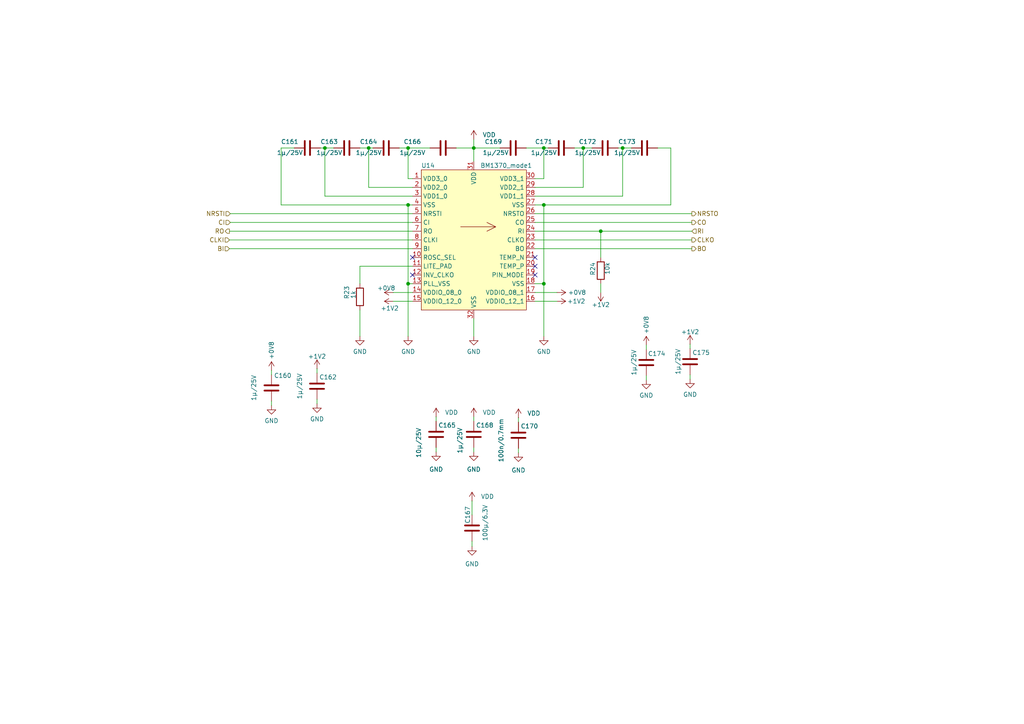
<source format=kicad_sch>
(kicad_sch (version 20250114) (generator "eeschema") (generator_version "9.0")
  (paper "A4")
  (lib_symbols
    (symbol "Device:C" (pin_numbers (hide yes)) (pin_names (offset 0.254))
      (property "Reference" "C" (at 0.635 2.54 0))
      (property "Value" "C" (at 0.635 -2.54 0))
      (symbol "C_0_1"
        (polyline (pts (xy -2.032 0.762) (xy 2.032 0.762)) (stroke (width 0.508)))
        (polyline (pts (xy -2.032 -0.762) (xy 2.032 -0.762)) (stroke (width 0.508)))
      )
      (symbol "C_1_1"
        (pin passive line (at 0 3.81 270) (length 2.794) (name "~") (number "1"))
        (pin passive line (at 0 -3.81 90) (length 2.794) (name "~") (number "2"))
      )
    )
    (symbol "Device:R" (pin_numbers (hide yes)) (pin_names (offset 0))
      (property "Reference" "R" (at 2.032 0 90))
      (property "Value" "R" (at 0 0 90))
      (symbol "R_0_1"
        (rectangle (start -1.016 -2.54) (end 1.016 2.54) (stroke (width 0.254)))
      )
      (symbol "R_1_1"
        (pin passive line (at 0 3.81 270) (length 1.27) (name "~") (number "1"))
        (pin passive line (at 0 -3.81 90) (length 1.27) (name "~") (number "2"))
      )
    )
    (symbol "GND_7" (power) (pin_names (offset 0))
      (property "Value" "GND_7" (at 0 -3.81 0))
      (symbol "GND_7_0_1"
        (polyline (pts (xy 0 0) (xy 0 -1.27) (xy 1.27 -1.27) (xy 0 -2.54) (xy -1.27 -1.27) (xy 0 -1.27)))
      )
      (symbol "GND_7_1_1"
        (pin power_in line (at 0 0 270) (length 0) (hide yes) (name "GND") (number "1"))
      )
    )
    (symbol "bitaxe:BM1370_mode1"
      (property "Reference" "U4" (at -15.24 21.59 0))
      (property "Value" "BM1370_mode1" (at 1.905 21.59 0))
      (symbol "BM1370_mode1_0_1"
        (rectangle (start -15.24 20.32) (end 15.24 -20.32) (fill (type background)))
        (polyline (pts (xy -3.81 3.81) (xy 6.35 3.81)))
        (polyline (pts (xy 3.81 5.08) (xy 6.35 3.81)))
        (polyline (pts (xy 3.81 2.54) (xy 6.35 3.81)))
      )
      (symbol "BM1370_mode1_1_1"
        (pin power_in line (at -17.78 17.78 0) (length 2.54) (name "VDD3_0") (number "1"))
        (pin power_in line (at -17.78 15.24 0) (length 2.54) (name "VDD2_0") (number "2"))
        (pin power_in line (at -17.78 12.7 0) (length 2.54) (name "VDD1_0") (number "3"))
        (pin power_in line (at -17.78 10.16 0) (length 2.54) (name "VSS") (number "4"))
        (pin input line (at -17.78 7.62 0) (length 2.54) (name "NRSTI") (number "5"))
        (pin input line (at -17.78 5.08 0) (length 2.54) (name "CI") (number "6"))
        (pin output line (at -17.78 2.54 0) (length 2.54) (name "RO") (number "7"))
        (pin input line (at -17.78 0 0) (length 2.54) (name "CLKI") (number "8"))
        (pin input line (at -17.78 -2.54 0) (length 2.54) (name "BI") (number "9"))
        (pin unspecified line (at -17.78 -5.08 0) (length 2.54) (name "ROSC_SEL") (number "10"))
        (pin unspecified line (at -17.78 -7.62 0) (length 2.54) (name "LITE_PAD") (number "11"))
        (pin unspecified line (at -17.78 -10.16 0) (length 2.54) (name "INV_CLKO") (number "12"))
        (pin power_in line (at -17.78 -12.7 0) (length 2.54) (name "PLL_VSS") (number "13"))
        (pin power_in line (at -17.78 -15.24 0) (length 2.54) (name "VDDIO_08_0") (number "14"))
        (pin power_in line (at -17.78 -17.78 0) (length 2.54) (name "VDDIO_12_0") (number "15"))
        (pin power_in line (at 0 22.86 270) (length 2.54) (name "VDD") (number "31"))
        (pin power_in line (at 0 -22.86 90) (length 2.54) (name "VSS") (number "32"))
        (pin power_in line (at 17.78 17.78 180) (length 2.54) (name "VDD3_1") (number "30"))
        (pin power_in line (at 17.78 15.24 180) (length 2.54) (name "VDD2_1") (number "29"))
        (pin power_in line (at 17.78 12.7 180) (length 2.54) (name "VDD1_1") (number "28"))
        (pin power_in line (at 17.78 10.16 180) (length 2.54) (name "VSS") (number "27"))
        (pin output line (at 17.78 7.62 180) (length 2.54) (name "NRSTO") (number "26"))
        (pin output line (at 17.78 5.08 180) (length 2.54) (name "CO") (number "25"))
        (pin input line (at 17.78 2.54 180) (length 2.54) (name "RI") (number "24"))
        (pin output line (at 17.78 0 180) (length 2.54) (name "CLKO") (number "23"))
        (pin output line (at 17.78 -2.54 180) (length 2.54) (name "BO") (number "22"))
        (pin unspecified line (at 17.78 -5.08 180) (length 2.54) (name "TEMP_N") (number "21"))
        (pin unspecified line (at 17.78 -7.62 180) (length 2.54) (name "TEMP_P") (number "20"))
        (pin input line (at 17.78 -10.16 180) (length 2.54) (name "PIN_MODE") (number "19"))
        (pin power_in line (at 17.78 -12.7 180) (length 2.54) (name "VSS") (number "18"))
        (pin power_in line (at 17.78 -15.24 180) (length 2.54) (name "VDDIO_08_1") (number "17"))
        (pin power_in line (at 17.78 -17.78 180) (length 2.54) (name "VDDIO_12_1") (number "16"))
      )
    )
    (symbol "mylib7:+0V8" (power) (exclude_from_sim yes) (in_bom no) (on_board no)
      (property "Value" "+0V8" (at 0 3.175 90))
      (symbol "+0V8_0_1"
        (polyline (pts (xy -0.762 1.27) (xy 0 2.54)))
        (polyline (pts (xy 0 2.54) (xy 0.762 1.27)))
        (polyline (pts (xy 0 0) (xy 0 2.54)))
      )
      (symbol "+0V8_1_1"
        (pin power_in line (at 0 0 90) (length 0) (hide yes) (name "+0V8") (number "1"))
      )
    )
    (symbol "power:+1V2" (power) (pin_numbers (hide yes)) (pin_names (offset 0) (hide yes))
      (property "Value" "+1V2" (at 0 3.556 0))
      (symbol "+1V2_0_1"
        (polyline (pts (xy -0.762 1.27) (xy 0 2.54)))
        (polyline (pts (xy 0 2.54) (xy 0.762 1.27)))
        (polyline (pts (xy 0 0) (xy 0 2.54)))
      )
      (symbol "+1V2_1_1"
        (pin power_in line (at 0 0 90) (length 0) (name "~") (number "1"))
      )
    )
    (symbol "power:GND" (power) (pin_names (offset 0))
      (property "Value" "GND" (at 0 -3.81 0))
      (symbol "GND_0_1"
        (polyline (pts (xy 0 0) (xy 0 -1.27) (xy 1.27 -1.27) (xy 0 -2.54) (xy -1.27 -1.27) (xy 0 -1.27)))
      )
      (symbol "GND_1_1"
        (pin power_in line (at 0 0 270) (length 0) (hide yes) (name "GND") (number "1"))
      )
    )
    (symbol "power:VDD" (power) (pin_numbers (hide yes)) (pin_names (offset 0) (hide yes))
      (property "Value" "VDD" (at 0 3.556 0))
      (symbol "VDD_0_1"
        (polyline (pts (xy -0.762 1.27) (xy 0 2.54)))
        (polyline (pts (xy 0 2.54) (xy 0.762 1.27)))
        (polyline (pts (xy 0 0) (xy 0 2.54)))
      )
      (symbol "VDD_1_1"
        (pin power_in line (at 0 0 90) (length 0) (name "~") (number "1"))
      )
    )
  )
  (junction (at 174.244 67.056))
  (junction (at 157.734 42.926))
  (junction (at 106.934 42.926))
  (junction (at 157.734 59.436))
  (junction (at 157.734 82.296))
  (junction (at 169.164 42.926))
  (junction (at 94.234 42.926))
  (junction (at 118.364 59.436))
  (junction (at 118.364 82.296))
  (junction (at 137.414 42.926))
  (junction (at 180.594 42.926))
  (junction (at 118.364 42.926))
  (no_connect (at 155.194 74.676))
  (no_connect (at 155.194 77.216))
  (no_connect (at 119.634 79.756))
  (no_connect (at 155.194 79.756))
  (no_connect (at 119.634 74.676))
  (wire (pts (xy 118.364 82.296) (xy 119.634 82.296)))
  (wire (pts (xy 152.654 42.926) (xy 157.734 42.926)))
  (wire (pts (xy 104.394 77.216) (xy 119.634 77.216)))
  (wire (pts (xy 94.234 56.896) (xy 119.634 56.896)))
  (wire (pts (xy 91.948 106.934) (xy 91.948 108.204)))
  (wire (pts (xy 136.906 156.972) (xy 136.906 158.496)))
  (wire (pts (xy 155.194 56.896) (xy 180.594 56.896)))
  (wire (pts (xy 115.824 42.926) (xy 118.364 42.926)))
  (wire (pts (xy 187.452 100.076) (xy 187.452 101.346)))
  (wire (pts (xy 137.414 92.456) (xy 137.414 97.536)))
  (wire (pts (xy 174.244 67.056) (xy 200.66 67.056)))
  (wire (pts (xy 118.364 51.816) (xy 119.634 51.816)))
  (wire (pts (xy 94.234 42.926) (xy 96.774 42.926)))
  (wire (pts (xy 104.394 77.216) (xy 104.394 82.296)))
  (wire (pts (xy 78.74 116.332) (xy 78.74 117.602)))
  (wire (pts (xy 137.414 40.386) (xy 137.414 42.926)))
  (wire (pts (xy 155.194 51.816) (xy 157.734 51.816)))
  (wire (pts (xy 118.364 42.926) (xy 124.714 42.926)))
  (wire (pts (xy 126.492 129.794) (xy 126.492 131.064)))
  (wire (pts (xy 137.414 42.926) (xy 145.034 42.926)))
  (wire (pts (xy 174.244 67.056) (xy 174.244 74.676)))
  (wire (pts (xy 137.414 42.926) (xy 137.414 46.736)))
  (wire (pts (xy 166.624 42.926) (xy 169.164 42.926)))
  (wire (pts (xy 174.244 82.296) (xy 174.244 84.836)))
  (wire (pts (xy 94.234 56.896) (xy 94.234 42.926)))
  (wire (pts (xy 155.194 72.136) (xy 200.66 72.136)))
  (wire (pts (xy 91.948 115.824) (xy 91.948 117.094)))
  (wire (pts (xy 194.564 42.926) (xy 190.754 42.926)))
  (wire (pts (xy 157.734 42.926) (xy 159.004 42.926)))
  (wire (pts (xy 157.734 59.436) (xy 194.564 59.436)))
  (wire (pts (xy 66.548 69.596) (xy 119.634 69.596)))
  (wire (pts (xy 118.364 59.436) (xy 118.364 82.296)))
  (wire (pts (xy 150.368 130.048) (xy 150.368 131.318)))
  (wire (pts (xy 155.194 64.516) (xy 200.66 64.516)))
  (wire (pts (xy 104.394 89.916) (xy 104.394 97.536)))
  (wire (pts (xy 187.452 108.966) (xy 187.452 110.236)))
  (wire (pts (xy 180.594 42.926) (xy 183.134 42.926)))
  (wire (pts (xy 104.394 42.926) (xy 106.934 42.926)))
  (wire (pts (xy 118.364 82.296) (xy 118.364 97.536)))
  (wire (pts (xy 157.734 59.436) (xy 157.734 82.296)))
  (wire (pts (xy 155.194 61.976) (xy 200.66 61.976)))
  (wire (pts (xy 157.734 82.296) (xy 157.734 97.536)))
  (wire (pts (xy 194.564 59.436) (xy 194.564 42.926)))
  (wire (pts (xy 155.194 87.376) (xy 161.544 87.376)))
  (wire (pts (xy 66.802 64.516) (xy 119.634 64.516)))
  (wire (pts (xy 106.934 54.356) (xy 106.934 42.926)))
  (wire (pts (xy 169.164 42.926) (xy 171.704 42.926)))
  (wire (pts (xy 155.194 69.596) (xy 200.66 69.596)))
  (wire (pts (xy 200.152 99.822) (xy 200.152 101.092)))
  (wire (pts (xy 179.324 42.926) (xy 180.594 42.926)))
  (wire (pts (xy 137.414 129.794) (xy 137.414 131.064)))
  (wire (pts (xy 106.934 42.926) (xy 108.204 42.926)))
  (wire (pts (xy 155.194 54.356) (xy 169.164 54.356)))
  (wire (pts (xy 169.164 54.356) (xy 169.164 42.926)))
  (wire (pts (xy 66.548 67.056) (xy 119.634 67.056)))
  (wire (pts (xy 200.152 108.712) (xy 200.152 109.982)))
  (wire (pts (xy 155.194 67.056) (xy 174.244 67.056)))
  (wire (pts (xy 155.194 82.296) (xy 157.734 82.296)))
  (wire (pts (xy 66.802 61.976) (xy 119.634 61.976)))
  (wire (pts (xy 78.74 107.442) (xy 78.74 108.712)))
  (wire (pts (xy 66.548 72.136) (xy 119.634 72.136)))
  (wire (pts (xy 81.534 42.926) (xy 85.344 42.926)))
  (wire (pts (xy 114.046 87.376) (xy 119.634 87.376)))
  (wire (pts (xy 81.534 59.436) (xy 81.534 42.926)))
  (wire (pts (xy 114.046 84.836) (xy 119.634 84.836)))
  (wire (pts (xy 119.634 59.436) (xy 118.364 59.436)))
  (wire (pts (xy 157.734 51.816) (xy 157.734 42.926)))
  (wire (pts (xy 137.414 120.904) (xy 137.414 122.174)))
  (wire (pts (xy 155.194 59.436) (xy 157.734 59.436)))
  (wire (pts (xy 106.934 54.356) (xy 119.634 54.356)))
  (wire (pts (xy 155.194 84.836) (xy 161.544 84.836)))
  (wire (pts (xy 150.368 121.158) (xy 150.368 122.428)))
  (wire (pts (xy 118.364 42.926) (xy 118.364 51.816)))
  (wire (pts (xy 118.364 59.436) (xy 81.534 59.436)))
  (wire (pts (xy 126.492 120.904) (xy 126.492 122.174)))
  (wire (pts (xy 92.964 42.926) (xy 94.234 42.926)))
  (wire (pts (xy 132.334 42.926) (xy 137.414 42.926)))
  (wire (pts (xy 180.594 56.896) (xy 180.594 42.926)))
  (wire (pts (xy 136.906 145.288) (xy 136.906 149.352)))
  (hierarchical_label "RO" (shape output) (at 66.548 67.056 180))
  (hierarchical_label "CLKO" (shape output) (at 200.66 69.596 0))
  (hierarchical_label "CI" (shape input) (at 66.802 64.516 180))
  (hierarchical_label "CLKI" (shape input) (at 66.548 69.596 180))
  (hierarchical_label "BO" (shape output) (at 200.66 72.136 0))
  (hierarchical_label "BI" (shape input) (at 66.548 72.136 180))
  (hierarchical_label "NRSTO" (shape output) (at 200.66 61.976 0))
  (hierarchical_label "CO" (shape output) (at 200.66 64.516 0))
  (hierarchical_label "RI" (shape input) (at 200.66 67.056 0))
  (hierarchical_label "NRSTI" (shape input) (at 66.802 61.976 180))
  (symbol (lib_id "Device:R") (at 104.394 86.106 0) (mirror y) (unit 1)
    (property "Reference" "R9" (at 100.584 84.836 90))
    (property "Value" "1k" (at 102.489 85.471 90))
    (property "Footprint" "Resistor_SMD:R_0805_2012Metric" (effects (hide yes)))
    (property "Description" "RES 1K OHM 1% 1/4W 0805" (effects (hide yes)))
    (property "Manufacturer" "RNCP0805FTD1K00" (effects (hide yes)))
    (property "OrderNr" "RNCP0805FTD1K00CT-ND" (effects (hide yes)))
    (property "Distributor" "D" (effects (hide yes)))
    (property "Brand" "Stackpole Electronics Inc" (effects (hide yes)))
    (property "Size" "0805" (effects (hide yes)))
    (instances (project "Nerd8" (path "" (reference "R23") (unit 1)) (path "" (reference "R17") (unit 1)) (path "" (reference "R19") (unit 1)) (path "" (reference "R41") (unit 1)) (path "" (reference "R21") (unit 1)) (path "" (reference "R9") (unit 1)) (path "" (reference "R11") (unit 1)) (path "" (reference "R15") (unit 1))))
  )
  (symbol (lib_id "Device:C") (at 91.948 112.014 0) (unit 1)
    (property "Reference" "C26" (at 92.583 110.109 0) (effects (justify left bottom)))
    (property "Value" "1µ/25V" (at 87.63 115.824 90) (effects (justify left bottom)))
    (property "Footprint" "Capacitor_SMD:C_0805_2012Metric" (effects (hide yes)))
    (property "Description" "CAP CER 1UF 25V X7R 0805" (effects (hide yes)))
    (property "Manufacturer" "CL21B105KAFNNNE" (effects (hide yes)))
    (property "OrderNr" "1276-1066-1-ND" (effects (hide yes)))
    (property "Distributor" "D" (effects (hide yes)))
    (property "Brand" "Samsung Electro-Mechanics" (effects (hide yes)))
    (property "Size" "0805" (effects (hide yes)))
    (instances (project "Nerd8" (path "" (reference "C162") (unit 1)) (path "" (reference "C77") (unit 1)) (path "" (reference "C130") (unit 1)) (path "" (reference "C197") (unit 1)) (path "" (reference "C146") (unit 1)) (path "" (reference "C26") (unit 1)) (path "" (reference "C43") (unit 1)) (path "" (reference "C61") (unit 1))))
  )
  (symbol (lib_name "GND_7") (lib_id "power:GND") (at 150.368 131.318 0) (unit 1)
    (property "Reference" "#PWR068" (effects (hide yes)))
    (property "Value" "GND" (at 150.368 136.398 0))
    (instances (project "Nerd8" (path "" (reference "#PWR0291") (unit 1)) (path "" (reference "#PWR0137") (unit 1)) (path "" (reference "#PWR0247") (unit 1)) (path "" (reference "#PWR0313") (unit 1)) (path "" (reference "#PWR0269") (unit 1)) (path "" (reference "#PWR068") (unit 1)) (path "" (reference "#PWR093") (unit 1)) (path "" (reference "#PWR0115") (unit 1))))
  )
  (symbol (lib_id "power:+1V2") (at 200.152 99.822 0) (unit 1)
    (property "Reference" "#PWR073" (effects (hide yes)))
    (property "Value" "+1V2" (at 200.152 96.266 0))
    (property "Description" "Power symbol creates a global label with name \"+1V2\"" (effects (hide yes)))
    (instances (project "Nerd8" (path "" (reference "#PWR0296") (unit 1)) (path "" (reference "#PWR0158") (unit 1)) (path "" (reference "#PWR0252") (unit 1)) (path "" (reference "#PWR0340") (unit 1)) (path "" (reference "#PWR0274") (unit 1)) (path "" (reference "#PWR073") (unit 1)) (path "" (reference "#PWR098") (unit 1)) (path "" (reference "#PWR0120") (unit 1))))
  )
  (symbol (lib_id "Device:C") (at 136.906 153.162 0) (unit 1)
    (property "Reference" "C31" (at 135.636 151.892 90) (effects (justify left)))
    (property "Value" "100µ/6.3V" (at 140.716 156.972 90) (effects (justify left)))
    (property "Footprint" "Capacitor_SMD:C_1210_3225Metric" (effects (hide yes)))
    (property "Description" "CAP CER 100UF 10V X5R 1210" (effects (hide yes)))
    (property "Distributor" "D" (effects (hide yes)))
    (property "Manufacturer" "C1210C107M8PAC7800" (effects (hide yes)))
    (property "OrderNr" "399-C1210C107M8PAC7800CT-ND" (effects (hide yes)))
    (property "Brand" "KEMET" (effects (hide yes)))
    (property "Size" "1210" (effects (hide yes)))
    (instances (project "Nerd8" (path "" (reference "C167") (unit 1)) (path "" (reference "C93") (unit 1)) (path "" (reference "C135") (unit 1)) (path "" (reference "C212") (unit 1)) (path "" (reference "C151") (unit 1)) (path "" (reference "C31") (unit 1)) (path "" (reference "C50") (unit 1)) (path "" (reference "C66") (unit 1))))
  )
  (symbol (lib_id "power:GND") (at 157.734 97.536 0) (mirror y) (unit 1)
    (property "Reference" "#PWR069" (effects (hide yes)))
    (property "Value" "GND" (at 157.734 101.981 0))
    (instances (project "Nerd8" (path "" (reference "#PWR0292") (unit 1)) (path "" (reference "#PWR0138") (unit 1)) (path "" (reference "#PWR0248") (unit 1)) (path "" (reference "#PWR0314") (unit 1)) (path "" (reference "#PWR0270") (unit 1)) (path "" (reference "#PWR069") (unit 1)) (path "" (reference "#PWR094") (unit 1)) (path "" (reference "#PWR0116") (unit 1))))
  )
  (symbol (lib_id "Device:C") (at 162.814 42.926 90) (unit 1)
    (property "Reference" "C35" (at 160.274 40.386 90) (effects (justify left bottom)))
    (property "Value" "1µ/25V" (at 161.544 43.561 90) (effects (justify left bottom)))
    (property "Footprint" "Capacitor_SMD:C_0805_2012Metric" (effects (hide yes)))
    (property "Description" "CAP CER 1UF 25V X7R 0805" (effects (hide yes)))
    (property "Manufacturer" "CL21B105KAFNNNE" (effects (hide yes)))
    (property "OrderNr" "1276-1066-1-ND" (effects (hide yes)))
    (property "Distributor" "D" (effects (hide yes)))
    (property "Brand" "Samsung Electro-Mechanics" (effects (hide yes)))
    (property "Size" "0805" (effects (hide yes)))
    (instances (project "Nerd8" (path "" (reference "C171") (unit 1)) (path "" (reference "C123") (unit 1)) (path "" (reference "C139") (unit 1)) (path "" (reference "C221") (unit 1)) (path "" (reference "C155") (unit 1)) (path "" (reference "C35") (unit 1)) (path "" (reference "C54") (unit 1)) (path "" (reference "C70") (unit 1))))
  )
  (symbol (lib_id "Device:C") (at 175.514 42.926 90) (unit 1)
    (property "Reference" "C36" (at 172.974 40.386 90) (effects (justify left bottom)))
    (property "Value" "1µ/25V" (at 174.244 43.561 90) (effects (justify left bottom)))
    (property "Footprint" "Capacitor_SMD:C_0805_2012Metric" (effects (hide yes)))
    (property "Description" "CAP CER 1UF 25V X7R 0805" (effects (hide yes)))
    (property "Manufacturer" "CL21B105KAFNNNE" (effects (hide yes)))
    (property "OrderNr" "1276-1066-1-ND" (effects (hide yes)))
    (property "Distributor" "D" (effects (hide yes)))
    (property "Brand" "Samsung Electro-Mechanics" (effects (hide yes)))
    (property "Size" "0805" (effects (hide yes)))
    (instances (project "Nerd8" (path "" (reference "C172") (unit 1)) (path "" (reference "C124") (unit 1)) (path "" (reference "C140") (unit 1)) (path "" (reference "C225") (unit 1)) (path "" (reference "C156") (unit 1)) (path "" (reference "C36") (unit 1)) (path "" (reference "C55") (unit 1)) (path "" (reference "C71") (unit 1))))
  )
  (symbol (lib_id "Device:C") (at 126.492 125.984 0) (unit 1)
    (property "Reference" "C29" (at 127.127 124.079 0) (effects (justify left bottom)))
    (property "Value" "10µ/25V" (at 122.174 132.842 90) (effects (justify left bottom)))
    (property "Footprint" "Capacitor_SMD:C_0805_2012Metric" (effects (hide yes)))
    (property "Description" "CAP CER 10UF 25V X5R 0805" (effects (hide yes)))
    (property "Distributor" "D" (effects (hide yes)))
    (property "Manufacturer" "C2012X5R1E106K125AB" (effects (hide yes)))
    (property "OrderNr" "445-5984-1-ND" (effects (hide yes)))
    (property "Brand" "TDK Corporation" (effects (hide yes)))
    (property "Size" "0805" (effects (hide yes)))
    (instances (project "Nerd8" (path "" (reference "C165") (unit 1)) (path "" (reference "C80") (unit 1)) (path "" (reference "C133") (unit 1)) (path "" (reference "C205") (unit 1)) (path "" (reference "C149") (unit 1)) (path "" (reference "C29") (unit 1)) (path "" (reference "C47") (unit 1)) (path "" (reference "C64") (unit 1))))
  )
  (symbol (lib_id "power:GND") (at 78.74 117.602 0) (mirror y) (unit 1)
    (property "Reference" "#PWR03" (effects (hide yes)))
    (property "Value" "GND" (at 78.74 122.047 0))
    (instances (project "Nerd8" (path "" (reference "#PWR0276") (unit 1)) (path "" (reference "#PWR0122") (unit 1)) (path "" (reference "#PWR0231") (unit 1)) (path "" (reference "#PWR0298") (unit 1)) (path "" (reference "#PWR0254") (unit 1)) (path "" (reference "#PWR03") (unit 1)) (path "" (reference "#PWR076") (unit 1)) (path "" (reference "#PWR0100") (unit 1))))
  )
  (symbol (lib_id "Device:R") (at 174.244 78.486 0) (unit 1)
    (property "Reference" "R10" (at 171.958 77.978 90))
    (property "Value" "10k" (at 176.149 77.851 90))
    (property "Footprint" "Resistor_SMD:R_0805_2012Metric" (effects (hide yes)))
    (property "Description" "RES 10K OHM 1% 1/8W 0805" (effects (hide yes)))
    (property "Manufacturer" "RMCF0805FT10K0" (effects (hide yes)))
    (property "OrderNr" "RMCF0805FT10K0CT-ND" (effects (hide yes)))
    (property "Distributor" "D" (effects (hide yes)))
    (property "Brand" "Stackpole Electronics Inc" (effects (hide yes)))
    (property "Size" "0805" (effects (hide yes)))
    (instances (project "Nerd8" (path "" (reference "R24") (unit 1)) (path "" (reference "R18") (unit 1)) (path "" (reference "R20") (unit 1)) (path "" (reference "R42") (unit 1)) (path "" (reference "R22") (unit 1)) (path "" (reference "R10") (unit 1)) (path "" (reference "R14") (unit 1)) (path "" (reference "R16") (unit 1))))
  )
  (symbol (lib_id "power:VDD") (at 137.414 40.386 0) (unit 1)
    (property "Reference" "#PWR063" (effects (hide yes)))
    (property "Value" "VDD" (at 139.954 39.1159 0) (effects (justify left)))
    (property "Description" "Power symbol creates a global label with name \"VDD\"" (effects (hide yes)))
    (instances (project "Nerd8" (path "" (reference "#PWR0286") (unit 1)) (path "" (reference "#PWR0132") (unit 1)) (path "" (reference "#PWR0242") (unit 1)) (path "" (reference "#PWR0308") (unit 1)) (path "" (reference "#PWR0264") (unit 1)) (path "" (reference "#PWR063") (unit 1)) (path "" (reference "#PWR088") (unit 1)) (path "" (reference "#PWR0110") (unit 1))))
  )
  (symbol (lib_id "power:GND") (at 200.152 109.982 0) (mirror y) (unit 1)
    (property "Reference" "#PWR074" (effects (hide yes)))
    (property "Value" "GND" (at 200.152 114.427 0))
    (instances (project "Nerd8" (path "" (reference "#PWR0297") (unit 1)) (path "" (reference "#PWR0219") (unit 1)) (path "" (reference "#PWR0253") (unit 1)) (path "" (reference "#PWR0341") (unit 1)) (path "" (reference "#PWR0275") (unit 1)) (path "" (reference "#PWR074") (unit 1)) (path "" (reference "#PWR099") (unit 1)) (path "" (reference "#PWR0121") (unit 1))))
  )
  (symbol (lib_id "power:VDD") (at 137.414 120.904 0) (unit 1)
    (property "Reference" "#PWR065" (effects (hide yes)))
    (property "Value" "VDD" (at 139.954 119.6339 0) (effects (justify left)))
    (property "Description" "Power symbol creates a global label with name \"VDD\"" (effects (hide yes)))
    (instances (project "Nerd8" (path "" (reference "#PWR0288") (unit 1)) (path "" (reference "#PWR0134") (unit 1)) (path "" (reference "#PWR0244") (unit 1)) (path "" (reference "#PWR0310") (unit 1)) (path "" (reference "#PWR0266") (unit 1)) (path "" (reference "#PWR065") (unit 1)) (path "" (reference "#PWR090") (unit 1)) (path "" (reference "#PWR0112") (unit 1))))
  )
  (symbol (lib_id "Device:C") (at 186.944 42.926 90) (unit 1)
    (property "Reference" "C37" (at 184.404 40.386 90) (effects (justify left bottom)))
    (property "Value" "1µ/25V" (at 185.674 43.561 90) (effects (justify left bottom)))
    (property "Footprint" "Capacitor_SMD:C_0805_2012Metric" (effects (hide yes)))
    (property "Description" "CAP CER 1UF 25V X7R 0805" (effects (hide yes)))
    (property "Manufacturer" "CL21B105KAFNNNE" (effects (hide yes)))
    (property "OrderNr" "1276-1066-1-ND" (effects (hide yes)))
    (property "Distributor" "D" (effects (hide yes)))
    (property "Brand" "Samsung Electro-Mechanics" (effects (hide yes)))
    (property "Size" "0805" (effects (hide yes)))
    (instances (project "Nerd8" (path "" (reference "C173") (unit 1)) (path "" (reference "C125") (unit 1)) (path "" (reference "C141") (unit 1)) (path "" (reference "C226") (unit 1)) (path "" (reference "C157") (unit 1)) (path "" (reference "C37") (unit 1)) (path "" (reference "C56") (unit 1)) (path "" (reference "C72") (unit 1))))
  )
  (symbol (lib_id "power:VDD") (at 150.368 121.158 0) (unit 1)
    (property "Reference" "#PWR067" (effects (hide yes)))
    (property "Value" "VDD" (at 152.908 119.8879 0) (effects (justify left)))
    (property "Description" "Power symbol creates a global label with name \"VDD\"" (effects (hide yes)))
    (instances (project "Nerd8" (path "" (reference "#PWR0290") (unit 1)) (path "" (reference "#PWR0136") (unit 1)) (path "" (reference "#PWR0246") (unit 1)) (path "" (reference "#PWR0312") (unit 1)) (path "" (reference "#PWR0268") (unit 1)) (path "" (reference "#PWR067") (unit 1)) (path "" (reference "#PWR092") (unit 1)) (path "" (reference "#PWR0114") (unit 1))))
  )
  (symbol (lib_id "power:VDD") (at 126.492 120.904 0) (unit 1)
    (property "Reference" "#PWR057" (effects (hide yes)))
    (property "Value" "VDD" (at 129.032 119.6339 0) (effects (justify left)))
    (property "Description" "Power symbol creates a global label with name \"VDD\"" (effects (hide yes)))
    (instances (project "Nerd8" (path "" (reference "#PWR0282") (unit 1)) (path "" (reference "#PWR0128") (unit 1)) (path "" (reference "#PWR0238") (unit 1)) (path "" (reference "#PWR0304") (unit 1)) (path "" (reference "#PWR0260") (unit 1)) (path "" (reference "#PWR057") (unit 1)) (path "" (reference "#PWR084") (unit 1)) (path "" (reference "#PWR0106") (unit 1))))
  )
  (symbol (lib_id "power:GND") (at 104.394 97.536 0) (mirror y) (unit 1)
    (property "Reference" "#PWR039" (effects (hide yes)))
    (property "Value" "GND" (at 104.394 101.981 0))
    (instances (project "Nerd8" (path "" (reference "#PWR0279") (unit 1)) (path "" (reference "#PWR0125") (unit 1)) (path "" (reference "#PWR0234") (unit 1)) (path "" (reference "#PWR0301") (unit 1)) (path "" (reference "#PWR0257") (unit 1)) (path "" (reference "#PWR039") (unit 1)) (path "" (reference "#PWR079") (unit 1)) (path "" (reference "#PWR0103") (unit 1))))
  )
  (symbol (lib_id "power:GND") (at 136.906 158.496 0) (mirror y) (unit 1)
    (property "Reference" "#PWR062" (effects (hide yes)))
    (property "Value" "GND" (at 136.906 163.576 0))
    (instances (project "Nerd8" (path "" (reference "#PWR0285") (unit 1)) (path "" (reference "#PWR0131") (unit 1)) (path "" (reference "#PWR0241") (unit 1)) (path "" (reference "#PWR0307") (unit 1)) (path "" (reference "#PWR0263") (unit 1)) (path "" (reference "#PWR062") (unit 1)) (path "" (reference "#PWR087") (unit 1)) (path "" (reference "#PWR0109") (unit 1))))
  )
  (symbol (lib_id "Device:C") (at 78.74 112.522 180) (unit 1)
    (property "Reference" "C15" (at 84.582 108.204 0) (effects (justify left bottom)))
    (property "Value" "1µ/25V" (at 72.898 108.712 90) (effects (justify left bottom)))
    (property "Footprint" "Capacitor_SMD:C_0805_2012Metric" (effects (hide yes)))
    (property "Description" "CAP CER 1UF 25V X7R 0805" (effects (hide yes)))
    (property "Manufacturer" "CL21B105KAFNNNE" (effects (hide yes)))
    (property "OrderNr" "1276-1066-1-ND" (effects (hide yes)))
    (property "Distributor" "D" (effects (hide yes)))
    (property "Brand" "Samsung Electro-Mechanics" (effects (hide yes)))
    (property "Size" "0805" (effects (hide yes)))
    (instances (project "Nerd8" (path "" (reference "C160") (unit 1)) (path "" (reference "C75") (unit 1)) (path "" (reference "C128") (unit 1)) (path "" (reference "C195") (unit 1)) (path "" (reference "C144") (unit 1)) (path "" (reference "C15") (unit 1)) (path "" (reference "C41") (unit 1)) (path "" (reference "C59") (unit 1))))
  )
  (symbol (lib_name "GND_7") (lib_id "power:GND") (at 126.492 131.064 0) (unit 1)
    (property "Reference" "#PWR058" (effects (hide yes)))
    (property "Value" "GND" (at 126.492 136.144 0))
    (instances (project "Nerd8" (path "" (reference "#PWR0283") (unit 1)) (path "" (reference "#PWR0129") (unit 1)) (path "" (reference "#PWR0239") (unit 1)) (path "" (reference "#PWR0305") (unit 1)) (path "" (reference "#PWR0261") (unit 1)) (path "" (reference "#PWR058") (unit 1)) (path "" (reference "#PWR085") (unit 1)) (path "" (reference "#PWR0107") (unit 1))))
  )
  (symbol (lib_id "power:+1V2") (at 161.544 87.376 270) (unit 1)
    (property "Reference" "#PWR070" (effects (hide yes)))
    (property "Value" "+1V2" (at 167.132 87.376 90))
    (property "Description" "Power symbol creates a global label with name \"+1V2\"" (effects (hide yes)))
    (instances (project "Nerd8" (path "" (reference "#PWR0293") (unit 1)) (path "" (reference "#PWR0139") (unit 1)) (path "" (reference "#PWR0249") (unit 1)) (path "" (reference "#PWR0315") (unit 1)) (path "" (reference "#PWR0271") (unit 1)) (path "" (reference "#PWR070") (unit 1)) (path "" (reference "#PWR095") (unit 1)) (path "" (reference "#PWR0117") (unit 1))))
  )
  (symbol (lib_id "mylib7:+0V8") (at 161.544 84.836 270) (unit 1)
    (property "Reference" "#U04" (effects (hide yes)))
    (property "Value" "+0V8" (at 164.719 84.836 90) (effects (justify left)))
    (property "Distributor" "-" (effects (hide yes)))
    (instances (project "Nerd8" (path "" (reference "#U028") (unit 1)) (path "" (reference "#U016") (unit 1)) (path "" (reference "#U020") (unit 1)) (path "" (reference "#U035") (unit 1)) (path "" (reference "#U024") (unit 1)) (path "" (reference "#U04") (unit 1)) (path "" (reference "#U08") (unit 1)) (path "" (reference "#U012") (unit 1))))
  )
  (symbol (lib_id "power:+1V2") (at 174.244 84.836 180) (unit 1)
    (property "Reference" "#PWR071" (effects (hide yes)))
    (property "Value" "+1V2" (at 174.244 88.392 0))
    (property "Description" "Power symbol creates a global label with name \"+1V2\"" (effects (hide yes)))
    (instances (project "Nerd8" (path "" (reference "#PWR0294") (unit 1)) (path "" (reference "#PWR0140") (unit 1)) (path "" (reference "#PWR0250") (unit 1)) (path "" (reference "#PWR0316") (unit 1)) (path "" (reference "#PWR0272") (unit 1)) (path "" (reference "#PWR071") (unit 1)) (path "" (reference "#PWR096") (unit 1)) (path "" (reference "#PWR0118") (unit 1))))
  )
  (symbol (lib_id "bitaxe:BM1370_mode1") (at 137.414 69.596 0) (unit 1)
    (property "Reference" "U2" (at 122.174 48.006 0) (effects (justify left)))
    (property "Value" "BM1370_mode1" (at 139.319 48.006 0) (effects (justify left)))
    (property "Footprint" "Nerd8:BM1370" (effects (hide yes)))
    (property "Manufacturer" "BITMAIN BM1370 ASIC" (effects (hide yes)))
    (instances (project "Nerd8" (path "" (reference "U14") (unit 1)) (path "" (reference "U11") (unit 1)) (path "" (reference "U12") (unit 1)) (path "" (reference "U15") (unit 1)) (path "" (reference "U13") (unit 1)) (path "" (reference "U2") (unit 1)) (path "" (reference "U9") (unit 1)) (path "" (reference "U10") (unit 1))))
  )
  (symbol (lib_id "Device:C") (at 137.414 125.984 0) (unit 1)
    (property "Reference" "C32" (at 138.049 124.079 0) (effects (justify left bottom)))
    (property "Value" "1µ/25V" (at 134.112 131.572 90) (effects (justify left bottom)))
    (property "Footprint" "Capacitor_SMD:C_0805_2012Metric" (effects (hide yes)))
    (property "Description" "CAP CER 1UF 25V X7R 0805" (effects (hide yes)))
    (property "Manufacturer" "CL21B105KAFNNNE" (effects (hide yes)))
    (property "OrderNr" "1276-1066-1-ND" (effects (hide yes)))
    (property "Distributor" "D" (effects (hide yes)))
    (property "Brand" "Samsung Electro-Mechanics" (effects (hide yes)))
    (property "Size" "0805" (effects (hide yes)))
    (instances (project "Nerd8" (path "" (reference "C168") (unit 1)) (path "" (reference "C94") (unit 1)) (path "" (reference "C136") (unit 1)) (path "" (reference "C213") (unit 1)) (path "" (reference "C152") (unit 1)) (path "" (reference "C32") (unit 1)) (path "" (reference "C51") (unit 1)) (path "" (reference "C67") (unit 1))))
  )
  (symbol (lib_id "Device:C") (at 187.452 105.156 180) (unit 1)
    (property "Reference" "C38" (at 193.04 101.854 0) (effects (justify left bottom)))
    (property "Value" "1µ/25V" (at 183.134 101.346 90) (effects (justify left bottom)))
    (property "Footprint" "Capacitor_SMD:C_0805_2012Metric" (effects (hide yes)))
    (property "Description" "CAP CER 1UF 25V X7R 0805" (effects (hide yes)))
    (property "Manufacturer" "CL21B105KAFNNNE" (effects (hide yes)))
    (property "OrderNr" "1276-1066-1-ND" (effects (hide yes)))
    (property "Distributor" "D" (effects (hide yes)))
    (property "Brand" "Samsung Electro-Mechanics" (effects (hide yes)))
    (property "Size" "0805" (effects (hide yes)))
    (instances (project "Nerd8" (path "" (reference "C174") (unit 1)) (path "" (reference "C126") (unit 1)) (path "" (reference "C142") (unit 1)) (path "" (reference "C227") (unit 1)) (path "" (reference "C158") (unit 1)) (path "" (reference "C38") (unit 1)) (path "" (reference "C57") (unit 1)) (path "" (reference "C73") (unit 1))))
  )
  (symbol (lib_id "mylib7:+0V8") (at 114.046 84.836 90) (unit 1)
    (property "Reference" "#U03" (effects (hide yes)))
    (property "Value" "+0V8" (at 114.681 83.566 90) (effects (justify left)))
    (property "Distributor" "-" (effects (hide yes)))
    (instances (project "Nerd8" (path "" (reference "#U027") (unit 1)) (path "" (reference "#U015") (unit 1)) (path "" (reference "#U019") (unit 1)) (path "" (reference "#U033") (unit 1)) (path "" (reference "#U023") (unit 1)) (path "" (reference "#U03") (unit 1)) (path "" (reference "#U07") (unit 1)) (path "" (reference "#U011") (unit 1))))
  )
  (symbol (lib_id "power:GND") (at 118.364 97.536 0) (mirror y) (unit 1)
    (property "Reference" "#PWR056" (effects (hide yes)))
    (property "Value" "GND" (at 118.364 101.981 0))
    (instances (project "Nerd8" (path "" (reference "#PWR0281") (unit 1)) (path "" (reference "#PWR0127") (unit 1)) (path "" (reference "#PWR0237") (unit 1)) (path "" (reference "#PWR0303") (unit 1)) (path "" (reference "#PWR0259") (unit 1)) (path "" (reference "#PWR056") (unit 1)) (path "" (reference "#PWR081") (unit 1)) (path "" (reference "#PWR0105") (unit 1))))
  )
  (symbol (lib_id "power:+1V2") (at 114.046 87.376 90) (unit 1)
    (property "Reference" "#PWR040" (effects (hide yes)))
    (property "Value" "+1V2" (at 113.03 89.408 90))
    (property "Description" "Power symbol creates a global label with name \"+1V2\"" (effects (hide yes)))
    (instances (project "Nerd8" (path "" (reference "#PWR0280") (unit 1)) (path "" (reference "#PWR0126") (unit 1)) (path "" (reference "#PWR0236") (unit 1)) (path "" (reference "#PWR0302") (unit 1)) (path "" (reference "#PWR0258") (unit 1)) (path "" (reference "#PWR040") (unit 1)) (path "" (reference "#PWR080") (unit 1)) (path "" (reference "#PWR0104") (unit 1))))
  )
  (symbol (lib_id "Device:C") (at 100.584 42.926 90) (unit 1)
    (property "Reference" "C27" (at 98.044 40.386 90) (effects (justify left bottom)))
    (property "Value" "1µ/25V" (at 99.314 43.561 90) (effects (justify left bottom)))
    (property "Footprint" "Capacitor_SMD:C_0805_2012Metric" (effects (hide yes)))
    (property "Description" "CAP CER 1UF 25V X7R 0805" (effects (hide yes)))
    (property "Manufacturer" "CL21B105KAFNNNE" (effects (hide yes)))
    (property "OrderNr" "1276-1066-1-ND" (effects (hide yes)))
    (property "Distributor" "D" (effects (hide yes)))
    (property "Brand" "Samsung Electro-Mechanics" (effects (hide yes)))
    (property "Size" "0805" (effects (hide yes)))
    (instances (project "Nerd8" (path "" (reference "C163") (unit 1)) (path "" (reference "C78") (unit 1)) (path "" (reference "C131") (unit 1)) (path "" (reference "C203") (unit 1)) (path "" (reference "C147") (unit 1)) (path "" (reference "C27") (unit 1)) (path "" (reference "C44") (unit 1)) (path "" (reference "C62") (unit 1))))
  )
  (symbol (lib_id "power:VDD") (at 136.906 145.288 0) (unit 1)
    (property "Reference" "#PWR059" (effects (hide yes)))
    (property "Value" "VDD" (at 139.446 144.0179 0) (effects (justify left)))
    (property "Description" "Power symbol creates a global label with name \"VDD\"" (effects (hide yes)))
    (instances (project "Nerd8" (path "" (reference "#PWR0284") (unit 1)) (path "" (reference "#PWR0130") (unit 1)) (path "" (reference "#PWR0240") (unit 1)) (path "" (reference "#PWR0306") (unit 1)) (path "" (reference "#PWR0262") (unit 1)) (path "" (reference "#PWR059") (unit 1)) (path "" (reference "#PWR086") (unit 1)) (path "" (reference "#PWR0108") (unit 1))))
  )
  (symbol (lib_id "Device:C") (at 89.154 42.926 90) (unit 1)
    (property "Reference" "C17" (at 86.614 40.386 90) (effects (justify left bottom)))
    (property "Value" "1µ/25V" (at 87.884 43.561 90) (effects (justify left bottom)))
    (property "Footprint" "Capacitor_SMD:C_0805_2012Metric" (effects (hide yes)))
    (property "Description" "CAP CER 1UF 25V X7R 0805" (effects (hide yes)))
    (property "Manufacturer" "CL21B105KAFNNNE" (effects (hide yes)))
    (property "OrderNr" "1276-1066-1-ND" (effects (hide yes)))
    (property "Distributor" "D" (effects (hide yes)))
    (property "Brand" "Samsung Electro-Mechanics" (effects (hide yes)))
    (property "Size" "0805" (effects (hide yes)))
    (instances (project "Nerd8" (path "" (reference "C161") (unit 1)) (path "" (reference "C76") (unit 1)) (path "" (reference "C129") (unit 1)) (path "" (reference "C196") (unit 1)) (path "" (reference "C145") (unit 1)) (path "" (reference "C17") (unit 1)) (path "" (reference "C42") (unit 1)) (path "" (reference "C60") (unit 1))))
  )
  (symbol (lib_name "GND_7") (lib_id "power:GND") (at 137.414 131.064 0) (unit 1)
    (property "Reference" "#PWR066" (effects (hide yes)))
    (property "Value" "GND" (at 137.414 136.144 0))
    (instances (project "Nerd8" (path "" (reference "#PWR0289") (unit 1)) (path "" (reference "#PWR0135") (unit 1)) (path "" (reference "#PWR0245") (unit 1)) (path "" (reference "#PWR0311") (unit 1)) (path "" (reference "#PWR0267") (unit 1)) (path "" (reference "#PWR066") (unit 1)) (path "" (reference "#PWR091") (unit 1)) (path "" (reference "#PWR0113") (unit 1))))
  )
  (symbol (lib_id "Device:C") (at 150.368 126.238 0) (unit 1)
    (property "Reference" "C34" (at 151.003 124.333 0) (effects (justify left bottom)))
    (property "Value" "100n/0.7mm" (at 146.05 134.112 90) (effects (justify left bottom)))
    (property "Footprint" "Capacitor_SMD:C_0805_2012Metric" (effects (hide yes)))
    (property "Description" "CAP CER 0.1UF 50V X7R 0805" (effects (hide yes)))
    (property "Distributor" "D" (effects (hide yes)))
    (property "Manufacturer" "AC0805KRX7R9BB104" (effects (hide yes)))
    (property "OrderNr" "311-3037-1-ND" (effects (hide yes)))
    (property "Brand" "YAGEO" (effects (hide yes)))
    (property "Size" "0805" (effects (hide yes)))
    (instances (project "Nerd8" (path "" (reference "C170") (unit 1)) (path "" (reference "C122") (unit 1)) (path "" (reference "C138") (unit 1)) (path "" (reference "C220") (unit 1)) (path "" (reference "C154") (unit 1)) (path "" (reference "C34") (unit 1)) (path "" (reference "C53") (unit 1)) (path "" (reference "C69") (unit 1))))
  )
  (symbol (lib_id "power:GND") (at 137.414 97.536 0) (mirror y) (unit 1)
    (property "Reference" "#PWR064" (effects (hide yes)))
    (property "Value" "GND" (at 137.414 101.981 0))
    (instances (project "Nerd8" (path "" (reference "#PWR0287") (unit 1)) (path "" (reference "#PWR0133") (unit 1)) (path "" (reference "#PWR0243") (unit 1)) (path "" (reference "#PWR0309") (unit 1)) (path "" (reference "#PWR0265") (unit 1)) (path "" (reference "#PWR064") (unit 1)) (path "" (reference "#PWR089") (unit 1)) (path "" (reference "#PWR0111") (unit 1))))
  )
  (symbol (lib_id "mylib7:+0V8") (at 187.452 100.076 0) (unit 1)
    (property "Reference" "#U05" (effects (hide yes)))
    (property "Value" "+0V8" (at 187.452 96.901 90) (effects (justify left)))
    (property "Distributor" "-" (effects (hide yes)))
    (instances (project "Nerd8" (path "" (reference "#U030") (unit 1)) (path "" (reference "#U017") (unit 1)) (path "" (reference "#U021") (unit 1)) (path "" (reference "#U036") (unit 1)) (path "" (reference "#U025") (unit 1)) (path "" (reference "#U05") (unit 1)) (path "" (reference "#U09") (unit 1)) (path "" (reference "#U013") (unit 1))))
  )
  (symbol (lib_id "mylib7:+0V8") (at 78.74 107.442 0) (unit 1)
    (property "Reference" "#U01" (effects (hide yes)))
    (property "Value" "+0V8" (at 78.74 104.267 90) (effects (justify left)))
    (property "Distributor" "-" (effects (hide yes)))
    (instances (project "Nerd8" (path "" (reference "#U026") (unit 1)) (path "" (reference "#U014") (unit 1)) (path "" (reference "#U018") (unit 1)) (path "" (reference "#U032") (unit 1)) (path "" (reference "#U022") (unit 1)) (path "" (reference "#U01") (unit 1)) (path "" (reference "#U06") (unit 1)) (path "" (reference "#U010") (unit 1))))
  )
  (symbol (lib_id "power:+1V2") (at 91.948 106.934 0) (unit 1)
    (property "Reference" "#PWR037" (effects (hide yes)))
    (property "Value" "+1V2" (at 91.948 103.378 0))
    (property "Description" "Power symbol creates a global label with name \"+1V2\"" (effects (hide yes)))
    (instances (project "Nerd8" (path "" (reference "#PWR0277") (unit 1)) (path "" (reference "#PWR0123") (unit 1)) (path "" (reference "#PWR0232") (unit 1)) (path "" (reference "#PWR0299") (unit 1)) (path "" (reference "#PWR0255") (unit 1)) (path "" (reference "#PWR037") (unit 1)) (path "" (reference "#PWR077") (unit 1)) (path "" (reference "#PWR0101") (unit 1))))
  )
  (symbol (lib_id "Device:C") (at 148.844 42.926 90) (unit 1)
    (property "Reference" "C33" (at 145.669 40.386 90) (effects (justify left bottom)))
    (property "Value" "1µ/25V" (at 147.574 43.561 90) (effects (justify left bottom)))
    (property "Footprint" "Capacitor_SMD:C_0805_2012Metric" (effects (hide yes)))
    (property "Description" "CAP CER 1UF 25V X7R 0805" (effects (hide yes)))
    (property "Manufacturer" "CL21B105KAFNNNE" (effects (hide yes)))
    (property "OrderNr" "1276-1066-1-ND" (effects (hide yes)))
    (property "Distributor" "D" (effects (hide yes)))
    (property "Brand" "Samsung Electro-Mechanics" (effects (hide yes)))
    (property "Size" "0805" (effects (hide yes)))
    (instances (project "Nerd8" (path "" (reference "C169") (unit 1)) (path "" (reference "C121") (unit 1)) (path "" (reference "C137") (unit 1)) (path "" (reference "C219") (unit 1)) (path "" (reference "C153") (unit 1)) (path "" (reference "C33") (unit 1)) (path "" (reference "C52") (unit 1)) (path "" (reference "C68") (unit 1))))
  )
  (symbol (lib_id "Device:C") (at 112.014 42.926 90) (unit 1)
    (property "Reference" "C28" (at 109.474 40.386 90) (effects (justify left bottom)))
    (property "Value" "1µ/25V" (at 110.744 43.561 90) (effects (justify left bottom)))
    (property "Footprint" "Capacitor_SMD:C_0805_2012Metric" (effects (hide yes)))
    (property "Description" "CAP CER 1UF 25V X7R 0805" (effects (hide yes)))
    (property "Manufacturer" "CL21B105KAFNNNE" (effects (hide yes)))
    (property "OrderNr" "1276-1066-1-ND" (effects (hide yes)))
    (property "Distributor" "D" (effects (hide yes)))
    (property "Brand" "Samsung Electro-Mechanics" (effects (hide yes)))
    (property "Size" "0805" (effects (hide yes)))
    (instances (project "Nerd8" (path "" (reference "C164") (unit 1)) (path "" (reference "C79") (unit 1)) (path "" (reference "C132") (unit 1)) (path "" (reference "C204") (unit 1)) (path "" (reference "C148") (unit 1)) (path "" (reference "C28") (unit 1)) (path "" (reference "C46") (unit 1)) (path "" (reference "C63") (unit 1))))
  )
  (symbol (lib_id "Device:C") (at 200.152 104.902 0) (unit 1)
    (property "Reference" "C40" (at 200.787 102.997 0) (effects (justify left bottom)))
    (property "Value" "1µ/25V" (at 197.358 108.712 90) (effects (justify left bottom)))
    (property "Footprint" "Capacitor_SMD:C_0805_2012Metric" (effects (hide yes)))
    (property "Description" "CAP CER 1UF 25V X7R 0805" (effects (hide yes)))
    (property "Manufacturer" "CL21B105KAFNNNE" (effects (hide yes)))
    (property "OrderNr" "1276-1066-1-ND" (effects (hide yes)))
    (property "Distributor" "D" (effects (hide yes)))
    (property "Brand" "Samsung Electro-Mechanics" (effects (hide yes)))
    (property "Size" "0805" (effects (hide yes)))
    (instances (project "Nerd8" (path "" (reference "C175") (unit 1)) (path "" (reference "C127") (unit 1)) (path "" (reference "C143") (unit 1)) (path "" (reference "C228") (unit 1)) (path "" (reference "C159") (unit 1)) (path "" (reference "C40") (unit 1)) (path "" (reference "C58") (unit 1)) (path "" (reference "C74") (unit 1))))
  )
  (symbol (lib_id "Device:C") (at 128.524 42.926 90) (unit 1)
    (property "Reference" "C30" (at 122.174 40.386 90) (effects (justify left bottom)))
    (property "Value" "1µ/25V" (at 123.444 43.561 90) (effects (justify left bottom)))
    (property "Footprint" "Capacitor_SMD:C_0805_2012Metric" (effects (hide yes)))
    (property "Description" "CAP CER 1UF 25V X7R 0805" (effects (hide yes)))
    (property "Manufacturer" "CL21B105KAFNNNE" (effects (hide yes)))
    (property "OrderNr" "1276-1066-1-ND" (effects (hide yes)))
    (property "Distributor" "D" (effects (hide yes)))
    (property "Brand" "Samsung Electro-Mechanics" (effects (hide yes)))
    (property "Size" "0805" (effects (hide yes)))
    (instances (project "Nerd8" (path "" (reference "C166") (unit 1)) (path "" (reference "C85") (unit 1)) (path "" (reference "C134") (unit 1)) (path "" (reference "C211") (unit 1)) (path "" (reference "C150") (unit 1)) (path "" (reference "C30") (unit 1)) (path "" (reference "C49") (unit 1)) (path "" (reference "C65") (unit 1))))
  )
  (symbol (lib_id "power:GND") (at 187.452 110.236 0) (mirror y) (unit 1)
    (property "Reference" "#PWR072" (effects (hide yes)))
    (property "Value" "GND" (at 187.452 114.681 0))
    (instances (project "Nerd8" (path "" (reference "#PWR0295") (unit 1)) (path "" (reference "#PWR0157") (unit 1)) (path "" (reference "#PWR0251") (unit 1)) (path "" (reference "#PWR0339") (unit 1)) (path "" (reference "#PWR0273") (unit 1)) (path "" (reference "#PWR072") (unit 1)) (path "" (reference "#PWR097") (unit 1)) (path "" (reference "#PWR0119") (unit 1))))
  )
  (symbol (lib_id "power:GND") (at 91.948 117.094 0) (mirror y) (unit 1)
    (property "Reference" "#PWR038" (effects (hide yes)))
    (property "Value" "GND" (at 91.948 121.539 0))
    (instances (project "Nerd8" (path "" (reference "#PWR0278") (unit 1)) (path "" (reference "#PWR0124") (unit 1)) (path "" (reference "#PWR0233") (unit 1)) (path "" (reference "#PWR0300") (unit 1)) (path "" (reference "#PWR0256") (unit 1)) (path "" (reference "#PWR038") (unit 1)) (path "" (reference "#PWR078") (unit 1)) (path "" (reference "#PWR0102") (unit 1))))
  )
)
</source>
